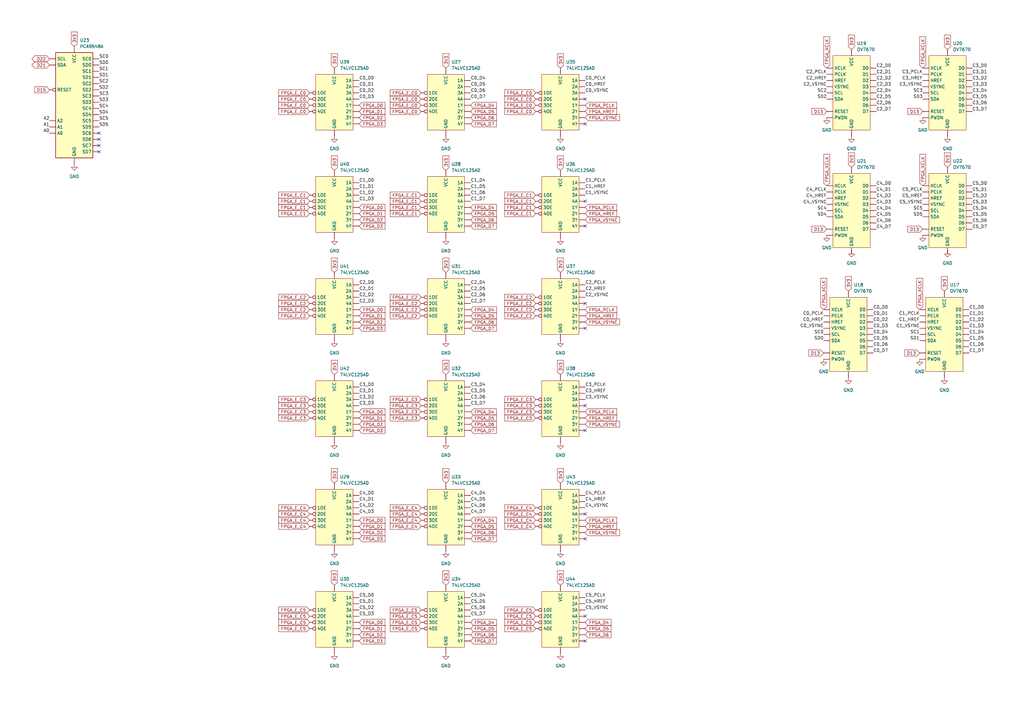
<source format=kicad_sch>
(kicad_sch (version 20231120) (generator "eeschema") (generator_version "8.0")
  (paper "A3")
  (title_block (company "Topographic Robot"))
  (lib_symbols
    (symbol "Camera:OV7670"
      (property "Reference" "U" (at 13.208 -13.208 0))
      (property "Value" "OV7670" (at 12.954 -14.732 0))
      (symbol "OV7670_0_1"
        (rectangle (start -7.62 15.24) (end 7.62 -15.24) (fill (type background)))
      )
      (symbol "OV7670_1_1"
        (pin output line (at 10.16 10.16 180) (length 2.54) (name "D0") (number ""))
        (pin output line (at 10.16 7.62 180) (length 2.54) (name "D1") (number ""))
        (pin output line (at 10.16 5.08 180) (length 2.54) (name "D2") (number ""))
        (pin output line (at 10.16 2.54 180) (length 2.54) (name "D3") (number ""))
        (pin output line (at 10.16 0 180) (length 2.54) (name "D4") (number ""))
        (pin output line (at 10.16 -2.54 180) (length 2.54) (name "D5") (number ""))
        (pin output line (at 10.16 -5.08 180) (length 2.54) (name "D6") (number ""))
        (pin output line (at 10.16 -7.62 180) (length 2.54) (name "D7") (number ""))
        (pin power_in line (at 0 -17.78 90) (length 2.54) (name "GND") (number ""))
        (pin input line (at -10.16 5.08 0) (length 2.54) (name "HREF") (number ""))
        (pin input line (at -10.16 7.62 0) (length 2.54) (name "PCLK") (number ""))
        (pin input line (at -10.16 -10.16 0) (length 2.54) (name "PWDN") (number ""))
        (pin input line (at -10.16 -7.62 0) (length 2.54) (name "RESET") (number ""))
        (pin bidirectional line (at -10.16 0 0) (length 2.54) (name "SCL") (number ""))
        (pin bidirectional line (at -10.16 -2.54 0) (length 2.54) (name "SDA") (number ""))
        (pin power_in line (at 0 17.78 270) (length 2.54) (name "VCC") (number ""))
        (pin input line (at -10.16 2.54 0) (length 2.54) (name "VSYNC") (number ""))
        (pin input line (at -10.16 10.16 0) (length 2.54) (name "XCLK") (number ""))
      )
    )
    (symbol "Expansion:74LVC125AD"
      (property "Reference" "U" (at 14.478 -12.7 0))
      (property "Value" "74LVC125AD" (at 14.478 -15.748 0))
      (symbol "74LVC125AD_0_1"
        (rectangle (start -7.62 12.7) (end 7.62 -10.16) (fill (type background)))
      )
      (symbol "74LVC125AD_1_1"
        (pin input line (at 10.16 10.16 180) (length 2.54) (name "1A") (number ""))
        (pin input inverted (at -10.16 5.08 0) (length 2.54) (name "1OE") (number ""))
        (pin output line (at 10.16 0 180) (length 2.54) (name "1Y") (number ""))
        (pin input line (at 10.16 7.62 180) (length 2.54) (name "2A") (number ""))
        (pin input inverted (at -10.16 2.54 0) (length 2.54) (name "2OE") (number ""))
        (pin output line (at 10.16 -2.54 180) (length 2.54) (name "2Y") (number ""))
        (pin input line (at 10.16 5.08 180) (length 2.54) (name "3A") (number ""))
        (pin input inverted (at -10.16 0 0) (length 2.54) (name "3OE") (number ""))
        (pin output line (at 10.16 -5.08 180) (length 2.54) (name "3Y") (number ""))
        (pin input line (at 10.16 2.54 180) (length 2.54) (name "4A") (number ""))
        (pin input inverted (at -10.16 -2.54 0) (length 2.54) (name "4OE") (number ""))
        (pin output line (at 10.16 -7.62 180) (length 2.54) (name "4Y") (number ""))
        (pin power_in line (at 0 -12.7 90) (length 2.54) (name "GND") (number ""))
        (pin power_in line (at 0 15.24 270) (length 2.54) (name "VCC") (number ""))
      )
    )
    (symbol "Expansion:PCA9548A"
      (property "Reference" "U" (at 10.922 -23.114 0))
      (property "Value" "PCA9548A" (at 13.462 -25.146 0))
      (symbol "PCA9548A_0_1"
        (rectangle (start -7.62 20.32) (end 7.62 -22.86) (stroke (width 0.254)) (fill (type background)))
      )
      (symbol "PCA9548A_1_1"
        (pin input line (at -10.16 -12.7 0) (length 2.54) (name "A0") (number ""))
        (pin input line (at -10.16 -10.16 0) (length 2.54) (name "A1") (number ""))
        (pin input line (at -10.16 -7.62 0) (length 2.54) (name "A2") (number ""))
        (pin power_in line (at 0 -25.4 90) (length 2.54) (name "GND") (number ""))
        (pin input inverted (at -10.16 5.08 0) (length 2.54) (name "RESET") (number ""))
        (pin output line (at 10.16 17.78 180) (length 2.54) (name "SC0") (number ""))
        (pin output line (at 10.16 12.7 180) (length 2.54) (name "SC1") (number ""))
        (pin output line (at 10.16 7.62 180) (length 2.54) (name "SC2") (number ""))
        (pin output line (at 10.16 2.54 180) (length 2.54) (name "SC3") (number ""))
        (pin output line (at 10.16 -2.54 180) (length 2.54) (name "SC4") (number ""))
        (pin output line (at 10.16 -7.62 180) (length 2.54) (name "SC5") (number ""))
        (pin output line (at 10.16 -12.7 180) (length 2.54) (name "SC6") (number ""))
        (pin output line (at 10.16 -17.78 180) (length 2.54) (name "SC7") (number ""))
        (pin input line (at -10.16 17.78 0) (length 2.54) (name "SCL") (number ""))
        (pin bidirectional line (at 10.16 15.24 180) (length 2.54) (name "SD0") (number ""))
        (pin bidirectional line (at 10.16 10.16 180) (length 2.54) (name "SD1") (number ""))
        (pin bidirectional line (at 10.16 5.08 180) (length 2.54) (name "SD2") (number ""))
        (pin bidirectional line (at 10.16 0 180) (length 2.54) (name "SD3") (number ""))
        (pin bidirectional line (at 10.16 -5.08 180) (length 2.54) (name "SD4") (number ""))
        (pin bidirectional line (at 10.16 -10.16 180) (length 2.54) (name "SD5") (number ""))
        (pin bidirectional line (at 10.16 -15.24 180) (length 2.54) (name "SD6") (number ""))
        (pin bidirectional line (at 10.16 -20.32 180) (length 2.54) (name "SD7") (number ""))
        (pin bidirectional line (at -10.16 15.24 0) (length 2.54) (name "SDA") (number ""))
        (pin power_in line (at 0 22.86 270) (length 2.54) (name "VCC") (number ""))
      )
    )
    (symbol "power:GND" (power) (pin_numbers hide) (pin_names (offset 0) hide)
      (property "Value" "GND" (at 0 -3.81 0))
      (symbol "GND_0_1"
        (polyline (pts (xy 0 0) (xy 0 -1.27) (xy 1.27 -1.27) (xy 0 -2.54) (xy -1.27 -1.27) (xy 0 -1.27)))
      )
      (symbol "GND_1_1"
        (pin power_in line (at 0 0 270) (length 0) (name "~") (number "1"))
      )
    )
  )
  (no_connect (at 40.64 57.15))
  (no_connect (at 240.03 82.55))
  (no_connect (at 240.03 124.46))
  (no_connect (at 240.03 50.8))
  (no_connect (at 240.03 210.82))
  (no_connect (at 240.03 134.62))
  (no_connect (at 240.03 176.53))
  (no_connect (at 240.03 262.89))
  (no_connect (at 40.64 62.23))
  (no_connect (at 240.03 166.37))
  (no_connect (at 240.03 252.73))
  (no_connect (at 240.03 220.98))
  (no_connect (at 240.03 92.71))
  (no_connect (at 40.64 54.61))
  (no_connect (at 40.64 59.69))
  (no_connect (at 240.03 40.64))
  (wire (pts (xy 388.62 104.14) (xy 388.62 102.87)))
  (wire (pts (xy 349.25 104.14) (xy 349.25 102.87)))
  (label "C2_D2" (at 359.41 33.02 0))
  (label "C4_D0" (at 147.32 203.2 0))
  (label "C3_D1" (at 147.32 161.29 0))
  (label "C5_D5" (at 193.04 247.65 0))
  (label "C2_VSYNC" (at 240.03 121.92 0))
  (label "SD5" (at 378.46 88.9 180))
  (label "C2_D6" (at 193.04 121.92 0))
  (label "C0_PCLK" (at 240.03 33.02 0))
  (label "C4_PCLK" (at 339.09 78.74 180))
  (label "C5_D4" (at 193.04 245.11 0))
  (label "C0_D3" (at 147.32 40.64 0))
  (label "SD1" (at 377.19 139.7 180))
  (label "SC1" (at 377.19 137.16 180))
  (label "C5_D3" (at 147.32 252.73 0))
  (label "C3_PCLK" (at 378.46 30.48 180))
  (label "C0_D4" (at 193.04 33.02 0))
  (label "C1_D0" (at 397.51 127 0))
  (label "C4_D2" (at 147.32 208.28 0))
  (label "C1_VSYNC" (at 377.19 134.62 180))
  (label "C2_D4" (at 359.41 38.1 0))
  (label "C1_D6" (at 193.04 80.01 0))
  (label "C4_D5" (at 359.41 88.9 0))
  (label "C3_D4" (at 398.78 38.1 0))
  (label "C4_D4" (at 193.04 203.2 0))
  (label "C0_D1" (at 147.32 35.56 0))
  (label "SC5" (at 40.64 49.53 0))
  (label "C1_PCLK" (at 377.19 129.54 180))
  (label "C0_D7" (at 358.14 144.78 0))
  (label "C1_D3" (at 147.32 82.55 0))
  (label "C0_D0" (at 147.32 33.02 0))
  (label "C3_D0" (at 398.78 27.94 0))
  (label "C5_D0" (at 147.32 245.11 0))
  (label "C1_D5" (at 397.51 139.7 0))
  (label "C3_VSYNC" (at 240.03 163.83 0))
  (label "C5_VSYNC" (at 240.03 250.19 0))
  (label "C0_D2" (at 358.14 132.08 0))
  (label "C1_PCLK" (at 240.03 74.93 0))
  (label "C2_D3" (at 359.41 35.56 0))
  (label "C1_D2" (at 397.51 132.08 0))
  (label "C1_D4" (at 193.04 74.93 0))
  (label "C0_D5" (at 193.04 35.56 0))
  (label "C5_D1" (at 398.78 78.74 0))
  (label "C4_D1" (at 359.41 78.74 0))
  (label "SD2" (at 339.09 40.64 180))
  (label "C4_D1" (at 147.32 205.74 0))
  (label "C5_D5" (at 398.78 88.9 0))
  (label "C1_D5" (at 193.04 77.47 0))
  (label "C4_D6" (at 359.41 91.44 0))
  (label "C1_D3" (at 397.51 134.62 0))
  (label "C4_D4" (at 359.41 86.36 0))
  (label "C2_PCLK" (at 339.09 30.48 180))
  (label "C2_D4" (at 193.04 116.84 0))
  (label "C3_D6" (at 398.78 43.18 0))
  (label "C4_VSYNC" (at 339.09 83.82 180))
  (label "C0_D7" (at 193.04 40.64 0))
  (label "C1_D7" (at 397.51 144.78 0))
  (label "SD2" (at 40.64 36.83 0))
  (label "C1_HREF" (at 240.03 77.47 0))
  (label "C4_D7" (at 193.04 210.82 0))
  (label "SC1" (at 40.64 29.21 0))
  (label "C4_D5" (at 193.04 205.74 0))
  (label "SD0" (at 40.64 26.67 0))
  (label "C1_HREF" (at 377.19 132.08 180))
  (label "A2" (at 20.32 49.53 180))
  (label "C1_D4" (at 397.51 137.16 0))
  (label "C0_D4" (at 358.14 137.16 0))
  (label "A0" (at 20.32 54.61 180))
  (label "C0_VSYNC" (at 337.82 134.62 180))
  (label "SC0" (at 337.82 137.16 180))
  (label "C3_D3" (at 147.32 166.37 0))
  (label "C1_D6" (at 397.51 142.24 0))
  (label "SD1" (at 40.64 31.75 0))
  (label "C2_PCLK" (at 240.03 116.84 0))
  (label "C5_D0" (at 398.78 76.2 0))
  (label "C2_D7" (at 193.04 124.46 0))
  (label "C5_VSYNC" (at 378.46 83.82 180))
  (label "C0_D1" (at 358.14 129.54 0))
  (label "SD5" (at 40.64 52.07 0))
  (label "C0_D6" (at 193.04 38.1 0))
  (label "C2_D0" (at 359.41 27.94 0))
  (label "C5_D7" (at 193.04 252.73 0))
  (label "SC5" (at 378.46 86.36 180))
  (label "C4_D0" (at 359.41 76.2 0))
  (label "C2_D6" (at 359.41 43.18 0))
  (label "C5_D3" (at 398.78 83.82 0))
  (label "SC4" (at 40.64 44.45 0))
  (label "C2_D2" (at 147.32 121.92 0))
  (label "C0_PCLK" (at 337.82 129.54 180))
  (label "C3_D2" (at 398.78 33.02 0))
  (label "C2_D1" (at 147.32 119.38 0))
  (label "SC2" (at 339.09 38.1 180))
  (label "C4_D3" (at 147.32 210.82 0))
  (label "C5_D2" (at 398.78 81.28 0))
  (label "C3_D1" (at 398.78 30.48 0))
  (label "C4_VSYNC" (at 240.03 208.28 0))
  (label "C3_D6" (at 193.04 163.83 0))
  (label "C4_D7" (at 359.41 93.98 0))
  (label "C1_VSYNC" (at 240.03 80.01 0))
  (label "C3_D4" (at 193.04 158.75 0))
  (label "C2_D1" (at 359.41 30.48 0))
  (label "C5_PCLK" (at 240.03 245.11 0))
  (label "C4_D2" (at 359.41 81.28 0))
  (label "SD0" (at 337.82 139.7 180))
  (label "C3_D5" (at 398.78 40.64 0))
  (label "C3_HREF" (at 378.46 33.02 180))
  (label "C3_D7" (at 193.04 166.37 0))
  (label "C2_D3" (at 147.32 124.46 0))
  (label "SC3" (at 40.64 39.37 0))
  (label "C5_D7" (at 398.78 93.98 0))
  (label "C0_HREF" (at 240.03 35.56 0))
  (label "C0_D0" (at 358.14 127 0))
  (label "C3_D2" (at 147.32 163.83 0))
  (label "C3_PCLK" (at 240.03 158.75 0))
  (label "C1_D1" (at 147.32 77.47 0))
  (label "C1_D1" (at 397.51 129.54 0))
  (label "C3_D0" (at 147.32 158.75 0))
  (label "SC0" (at 40.64 24.13 0))
  (label "SC2" (at 40.64 34.29 0))
  (label "C3_D3" (at 398.78 35.56 0))
  (label "C5_HREF" (at 240.03 247.65 0))
  (label "C0_VSYNC" (at 240.03 38.1 0))
  (label "SC3" (at 378.46 38.1 180))
  (label "SD4" (at 339.09 88.9 180))
  (label "SD3" (at 40.64 41.91 0))
  (label "C5_D1" (at 147.32 247.65 0))
  (label "SD4" (at 40.64 46.99 0))
  (label "C2_VSYNC" (at 339.09 35.56 180))
  (label "C1_D0" (at 147.32 74.93 0))
  (label "C3_D7" (at 398.78 45.72 0))
  (label "C3_VSYNC" (at 378.46 35.56 180))
  (label "C4_HREF" (at 339.09 81.28 180))
  (label "C5_D2" (at 147.32 250.19 0))
  (label "C5_D4" (at 398.78 86.36 0))
  (label "C5_D6" (at 193.04 250.19 0))
  (label "C1_D7" (at 193.04 82.55 0))
  (label "C2_HREF" (at 339.09 33.02 180))
  (label "C2_D0" (at 147.32 116.84 0))
  (label "SC4" (at 339.09 86.36 180))
  (label "C1_D2" (at 147.32 80.01 0))
  (label "C3_HREF" (at 240.03 161.29 0))
  (label "C0_D2" (at 147.32 38.1 0))
  (label "C4_PCLK" (at 240.03 203.2 0))
  (label "C0_D5" (at 358.14 139.7 0))
  (label "C0_D3" (at 358.14 134.62 0))
  (label "C0_HREF" (at 337.82 132.08 180))
  (label "A1" (at 20.32 52.07 180))
  (label "SD3" (at 378.46 40.64 180))
  (label "C5_PCLK" (at 378.46 78.74 180))
  (label "C2_D7" (at 359.41 45.72 0))
  (label "C2_HREF" (at 240.03 119.38 0))
  (label "C5_HREF" (at 378.46 81.28 180))
  (label "C5_D6" (at 398.78 91.44 0))
  (label "C4_HREF" (at 240.03 205.74 0))
  (label "C0_D6" (at 358.14 142.24 0))
  (label "C3_D5" (at 193.04 161.29 0))
  (label "C2_D5" (at 193.04 119.38 0))
  (label "C4_D6" (at 193.04 208.28 0))
  (label "C2_D5" (at 359.41 40.64 0))
  (label "C4_D3" (at 359.41 83.82 0))
  (global_label "3V3" (shape input) (at 137.16 27.94 90) (property "Intersheetrefs" "${INTERSHEET_REFS}" (effects (hide yes))))
  (global_label "FPGA_D2" (shape input) (at 147.32 173.99 0) (property "Intersheetrefs" "${INTERSHEET_REFS}" (effects (hide yes))))
  (global_label "FPGA_D2" (shape input) (at 147.32 90.17 0) (property "Intersheetrefs" "${INTERSHEET_REFS}" (effects (hide yes))))
  (global_label "FPGA_D1" (shape input) (at 147.32 257.81 0) (property "Intersheetrefs" "${INTERSHEET_REFS}" (effects (hide yes))))
  (global_label "3V3" (shape input) (at 229.87 111.76 90) (property "Intersheetrefs" "${INTERSHEET_REFS}" (effects (hide yes))))
  (global_label "FPGA_HREF" (shape input) (at 240.03 129.54 0) (property "Intersheetrefs" "${INTERSHEET_REFS}" (effects (hide yes))))
  (global_label "FPGA_D6" (shape input) (at 193.04 48.26 0) (property "Intersheetrefs" "${INTERSHEET_REFS}" (effects (hide yes))))
  (global_label "FPGA_E_C4" (shape input) (at 127 210.82 180) (property "Intersheetrefs" "${INTERSHEET_REFS}" (effects (hide yes))))
  (global_label "3V3" (shape input) (at 387.35 119.38 90) (property "Intersheetrefs" "${INTERSHEET_REFS}" (effects (hide yes))))
  (global_label "FPGA_D6" (shape input) (at 193.04 90.17 0) (property "Intersheetrefs" "${INTERSHEET_REFS}" (effects (hide yes))))
  (global_label "FPGA_D3" (shape input) (at 147.32 134.62 0) (property "Intersheetrefs" "${INTERSHEET_REFS}" (effects (hide yes))))
  (global_label "FPGA_E_C5" (shape input) (at 219.71 250.19 180) (property "Intersheetrefs" "${INTERSHEET_REFS}" (effects (hide yes))))
  (global_label "FPGA_E_C4" (shape input) (at 172.72 215.9 180) (property "Intersheetrefs" "${INTERSHEET_REFS}" (effects (hide yes))))
  (global_label "FPGA_E_C1" (shape input) (at 127 80.01 180) (property "Intersheetrefs" "${INTERSHEET_REFS}" (effects (hide yes))))
  (global_label "FPGA_D5" (shape input) (at 193.04 87.63 0) (property "Intersheetrefs" "${INTERSHEET_REFS}" (effects (hide yes))))
  (global_label "FPGA_D5" (shape input) (at 193.04 45.72 0) (property "Intersheetrefs" "${INTERSHEET_REFS}" (effects (hide yes))))
  (global_label "FPGA_D5" (shape input) (at 193.04 257.81 0) (property "Intersheetrefs" "${INTERSHEET_REFS}" (effects (hide yes))))
  (global_label "FPGA_E_C5" (shape input) (at 219.71 255.27 180) (property "Intersheetrefs" "${INTERSHEET_REFS}" (effects (hide yes))))
  (global_label "FPGA_E_C1" (shape input) (at 219.71 85.09 180) (property "Intersheetrefs" "${INTERSHEET_REFS}" (effects (hide yes))))
  (global_label "FPGA_D6" (shape input) (at 193.04 218.44 0) (property "Intersheetrefs" "${INTERSHEET_REFS}" (effects (hide yes))))
  (global_label "FPGA_HREF" (shape input) (at 240.03 87.63 0) (property "Intersheetrefs" "${INTERSHEET_REFS}" (effects (hide yes))))
  (global_label "FPGA_D4" (shape input) (at 193.04 127 0) (property "Intersheetrefs" "${INTERSHEET_REFS}" (effects (hide yes))))
  (global_label "FPGA_E_C0" (shape input) (at 172.72 43.18 180) (property "Intersheetrefs" "${INTERSHEET_REFS}" (effects (hide yes))))
  (global_label "FPGA_E_C4" (shape input) (at 172.72 210.82 180) (property "Intersheetrefs" "${INTERSHEET_REFS}" (effects (hide yes))))
  (global_label "FPGA_E_C2" (shape input) (at 127 121.92 180) (property "Intersheetrefs" "${INTERSHEET_REFS}" (effects (hide yes))))
  (global_label "FPGA_E_C2" (shape input) (at 127 124.46 180) (property "Intersheetrefs" "${INTERSHEET_REFS}" (effects (hide yes))))
  (global_label "3V3" (shape input) (at 388.62 20.32 90) (property "Intersheetrefs" "${INTERSHEET_REFS}" (effects (hide yes))))
  (global_label "FPGA_D3" (shape input) (at 147.32 50.8 0) (property "Intersheetrefs" "${INTERSHEET_REFS}" (effects (hide yes))))
  (global_label "FPGA_E_C3" (shape input) (at 219.71 163.83 180) (property "Intersheetrefs" "${INTERSHEET_REFS}" (effects (hide yes))))
  (global_label "FPGA_E_C4" (shape input) (at 219.71 208.28 180) (property "Intersheetrefs" "${INTERSHEET_REFS}" (effects (hide yes))))
  (global_label "FPGA_D0" (shape input) (at 147.32 127 0) (property "Intersheetrefs" "${INTERSHEET_REFS}" (effects (hide yes))))
  (global_label "FPGA_D5" (shape input) (at 193.04 171.45 0) (property "Intersheetrefs" "${INTERSHEET_REFS}" (effects (hide yes))))
  (global_label "D13" (shape input) (at 378.46 45.72 180) (property "Intersheetrefs" "${INTERSHEET_REFS}" (effects (hide yes))))
  (global_label "FPGA_E_C0" (shape input) (at 127 43.18 180) (property "Intersheetrefs" "${INTERSHEET_REFS}" (effects (hide yes))))
  (global_label "FPGA_D3" (shape input) (at 147.32 92.71 0) (property "Intersheetrefs" "${INTERSHEET_REFS}" (effects (hide yes))))
  (global_label "FPGA_HREF" (shape input) (at 240.03 45.72 0) (property "Intersheetrefs" "${INTERSHEET_REFS}" (effects (hide yes))))
  (global_label "FPGA_D5" (shape input) (at 193.04 215.9 0) (property "Intersheetrefs" "${INTERSHEET_REFS}" (effects (hide yes))))
  (global_label "FPGA_E_C2" (shape input) (at 172.72 124.46 180) (property "Intersheetrefs" "${INTERSHEET_REFS}" (effects (hide yes))))
  (global_label "FPGA_XCLK" (shape input) (at 337.82 127 90) (property "Intersheetrefs" "${INTERSHEET_REFS}" (effects (hide yes))))
  (global_label "FPGA_E_C5" (shape input) (at 172.72 250.19 180) (property "Intersheetrefs" "${INTERSHEET_REFS}" (effects (hide yes))))
  (global_label "FPGA_E_C5" (shape input) (at 172.72 255.27 180) (property "Intersheetrefs" "${INTERSHEET_REFS}" (effects (hide yes))))
  (global_label "FPGA_D4" (shape input) (at 193.04 255.27 0) (property "Intersheetrefs" "${INTERSHEET_REFS}" (effects (hide yes))))
  (global_label "FPGA_E_C4" (shape input) (at 219.71 215.9 180) (property "Intersheetrefs" "${INTERSHEET_REFS}" (effects (hide yes))))
  (global_label "D15" (shape input) (at 20.32 36.83 180) (property "Intersheetrefs" "${INTERSHEET_REFS}" (effects (hide yes))))
  (global_label "FPGA_D4" (shape input) (at 193.04 213.36 0) (property "Intersheetrefs" "${INTERSHEET_REFS}" (effects (hide yes))))
  (global_label "FPGA_E_C1" (shape input) (at 172.72 87.63 180) (property "Intersheetrefs" "${INTERSHEET_REFS}" (effects (hide yes))))
  (global_label "FPGA_E_C4" (shape input) (at 219.71 210.82 180) (property "Intersheetrefs" "${INTERSHEET_REFS}" (effects (hide yes))))
  (global_label "FPGA_E_C2" (shape input) (at 172.72 121.92 180) (property "Intersheetrefs" "${INTERSHEET_REFS}" (effects (hide yes))))
  (global_label "FPGA_E_C3" (shape input) (at 219.71 168.91 180) (property "Intersheetrefs" "${INTERSHEET_REFS}" (effects (hide yes))))
  (global_label "FPGA_D4" (shape input) (at 193.04 168.91 0) (property "Intersheetrefs" "${INTERSHEET_REFS}" (effects (hide yes))))
  (global_label "D13" (shape input) (at 339.09 93.98 180) (property "Intersheetrefs" "${INTERSHEET_REFS}" (effects (hide yes))))
  (global_label "FPGA_D6" (shape input) (at 193.04 260.35 0) (property "Intersheetrefs" "${INTERSHEET_REFS}" (effects (hide yes))))
  (global_label "FPGA_E_C4" (shape input) (at 127 213.36 180) (property "Intersheetrefs" "${INTERSHEET_REFS}" (effects (hide yes))))
  (global_label "FPGA_E_C1" (shape input) (at 127 82.55 180) (property "Intersheetrefs" "${INTERSHEET_REFS}" (effects (hide yes))))
  (global_label "3V3" (shape input) (at 349.25 20.32 90) (property "Intersheetrefs" "${INTERSHEET_REFS}" (effects (hide yes))))
  (global_label "3V3" (shape input) (at 137.16 111.76 90) (property "Intersheetrefs" "${INTERSHEET_REFS}" (effects (hide yes))))
  (global_label "FPGA_D1" (shape input) (at 147.32 215.9 0) (property "Intersheetrefs" "${INTERSHEET_REFS}" (effects (hide yes))))
  (global_label "FPGA_D3" (shape input) (at 147.32 220.98 0) (property "Intersheetrefs" "${INTERSHEET_REFS}" (effects (hide yes))))
  (global_label "FPGA_E_C0" (shape input) (at 127 40.64 180) (property "Intersheetrefs" "${INTERSHEET_REFS}" (effects (hide yes))))
  (global_label "FPGA_E_C0" (shape input) (at 127 38.1 180) (property "Intersheetrefs" "${INTERSHEET_REFS}" (effects (hide yes))))
  (global_label "FPGA_D0" (shape input) (at 147.32 255.27 0) (property "Intersheetrefs" "${INTERSHEET_REFS}" (effects (hide yes))))
  (global_label "3V3" (shape input) (at 30.48 19.05 90) (property "Intersheetrefs" "${INTERSHEET_REFS}" (effects (hide yes))))
  (global_label "3V3" (shape input) (at 229.87 198.12 90) (property "Intersheetrefs" "${INTERSHEET_REFS}" (effects (hide yes))))
  (global_label "FPGA_E_C3" (shape input) (at 127 163.83 180) (property "Intersheetrefs" "${INTERSHEET_REFS}" (effects (hide yes))))
  (global_label "FPGA_E_C0" (shape input) (at 172.72 45.72 180) (property "Intersheetrefs" "${INTERSHEET_REFS}" (effects (hide yes))))
  (global_label "FPGA_D2" (shape input) (at 147.32 48.26 0) (property "Intersheetrefs" "${INTERSHEET_REFS}" (effects (hide yes))))
  (global_label "FPGA_D2" (shape input) (at 147.32 218.44 0) (property "Intersheetrefs" "${INTERSHEET_REFS}" (effects (hide yes))))
  (global_label "3V3" (shape input) (at 229.87 240.03 90) (property "Intersheetrefs" "${INTERSHEET_REFS}" (effects (hide yes))))
  (global_label "FPGA_D7" (shape input) (at 193.04 92.71 0) (property "Intersheetrefs" "${INTERSHEET_REFS}" (effects (hide yes))))
  (global_label "FPGA_D2" (shape input) (at 147.32 132.08 0) (property "Intersheetrefs" "${INTERSHEET_REFS}" (effects (hide yes))))
  (global_label "3V3" (shape input) (at 182.88 69.85 90) (property "Intersheetrefs" "${INTERSHEET_REFS}" (effects (hide yes))))
  (global_label "3V3" (shape input) (at 347.98 119.38 90) (property "Intersheetrefs" "${INTERSHEET_REFS}" (effects (hide yes))))
  (global_label "FPGA_XCLK" (shape input) (at 339.09 27.94 90) (property "Intersheetrefs" "${INTERSHEET_REFS}" (effects (hide yes))))
  (global_label "3V3" (shape input) (at 182.88 240.03 90) (property "Intersheetrefs" "${INTERSHEET_REFS}" (effects (hide yes))))
  (global_label "FPGA_D6" (shape input) (at 240.03 260.35 0) (property "Intersheetrefs" "${INTERSHEET_REFS}" (effects (hide yes))))
  (global_label "FPGA_D4" (shape input) (at 240.03 255.27 0) (property "Intersheetrefs" "${INTERSHEET_REFS}" (effects (hide yes))))
  (global_label "FPGA_E_C0" (shape input) (at 219.71 43.18 180) (property "Intersheetrefs" "${INTERSHEET_REFS}" (effects (hide yes))))
  (global_label "FPGA_PCLK" (shape input) (at 240.03 85.09 0) (property "Intersheetrefs" "${INTERSHEET_REFS}" (effects (hide yes))))
  (global_label "FPGA_E_C2" (shape input) (at 172.72 127 180) (property "Intersheetrefs" "${INTERSHEET_REFS}" (effects (hide yes))))
  (global_label "FPGA_VSYNC" (shape input) (at 240.03 132.08 0) (property "Intersheetrefs" "${INTERSHEET_REFS}" (effects (hide yes))))
  (global_label "FPGA_D7" (shape input) (at 193.04 134.62 0) (property "Intersheetrefs" "${INTERSHEET_REFS}" (effects (hide yes))))
  (global_label "FPGA_D3" (shape input) (at 147.32 176.53 0) (property "Intersheetrefs" "${INTERSHEET_REFS}" (effects (hide yes))))
  (global_label "3V3" (shape input) (at 182.88 153.67 90) (property "Intersheetrefs" "${INTERSHEET_REFS}" (effects (hide yes))))
  (global_label "FPGA_D6" (shape input) (at 193.04 173.99 0) (property "Intersheetrefs" "${INTERSHEET_REFS}" (effects (hide yes))))
  (global_label "FPGA_E_C1" (shape input) (at 172.72 85.09 180) (property "Intersheetrefs" "${INTERSHEET_REFS}" (effects (hide yes))))
  (global_label "FPGA_E_C2" (shape input) (at 219.71 121.92 180) (property "Intersheetrefs" "${INTERSHEET_REFS}" (effects (hide yes))))
  (global_label "FPGA_D5" (shape input) (at 193.04 129.54 0) (property "Intersheetrefs" "${INTERSHEET_REFS}" (effects (hide yes))))
  (global_label "3V3" (shape input) (at 182.88 198.12 90) (property "Intersheetrefs" "${INTERSHEET_REFS}" (effects (hide yes))))
  (global_label "FPGA_E_C5" (shape input) (at 172.72 252.73 180) (property "Intersheetrefs" "${INTERSHEET_REFS}" (effects (hide yes))))
  (global_label "FPGA_D4" (shape input) (at 193.04 85.09 0) (property "Intersheetrefs" "${INTERSHEET_REFS}" (effects (hide yes))))
  (global_label "FPGA_E_C2" (shape input) (at 219.71 129.54 180) (property "Intersheetrefs" "${INTERSHEET_REFS}" (effects (hide yes))))
  (global_label "FPGA_E_C5" (shape input) (at 127 255.27 180) (property "Intersheetrefs" "${INTERSHEET_REFS}" (effects (hide yes))))
  (global_label "FPGA_E_C3" (shape input) (at 219.71 166.37 180) (property "Intersheetrefs" "${INTERSHEET_REFS}" (effects (hide yes))))
  (global_label "FPGA_E_C4" (shape input) (at 172.72 208.28 180) (property "Intersheetrefs" "${INTERSHEET_REFS}" (effects (hide yes))))
  (global_label "3V3" (shape input) (at 182.88 27.94 90) (property "Intersheetrefs" "${INTERSHEET_REFS}" (effects (hide yes))))
  (global_label "FPGA_E_C1" (shape input) (at 127 87.63 180) (property "Intersheetrefs" "${INTERSHEET_REFS}" (effects (hide yes))))
  (global_label "FPGA_D1" (shape input) (at 147.32 87.63 0) (property "Intersheetrefs" "${INTERSHEET_REFS}" (effects (hide yes))))
  (global_label "FPGA_E_C1" (shape input) (at 172.72 82.55 180) (property "Intersheetrefs" "${INTERSHEET_REFS}" (effects (hide yes))))
  (global_label "FPGA_E_C5" (shape input) (at 127 250.19 180) (property "Intersheetrefs" "${INTERSHEET_REFS}" (effects (hide yes))))
  (global_label "FPGA_E_C3" (shape input) (at 172.72 163.83 180) (property "Intersheetrefs" "${INTERSHEET_REFS}" (effects (hide yes))))
  (global_label "FPGA_D7" (shape input) (at 193.04 220.98 0) (property "Intersheetrefs" "${INTERSHEET_REFS}" (effects (hide yes))))
  (global_label "FPGA_E_C3" (shape input) (at 127 166.37 180) (property "Intersheetrefs" "${INTERSHEET_REFS}" (effects (hide yes))))
  (global_label "D21" (shape bidirectional) (at 20.32 26.67 180) (property "Intersheetrefs" "${INTERSHEET_REFS}" (effects (hide yes))))
  (global_label "FPGA_VSYNC" (shape input) (at 240.03 218.44 0) (property "Intersheetrefs" "${INTERSHEET_REFS}" (effects (hide yes))))
  (global_label "3V3" (shape input) (at 137.16 153.67 90) (property "Intersheetrefs" "${INTERSHEET_REFS}" (effects (hide yes))))
  (global_label "FPGA_D0" (shape input) (at 147.32 213.36 0) (property "Intersheetrefs" "${INTERSHEET_REFS}" (effects (hide yes))))
  (global_label "D13" (shape input) (at 377.19 144.78 180) (property "Intersheetrefs" "${INTERSHEET_REFS}" (effects (hide yes))))
  (global_label "FPGA_D7" (shape input) (at 193.04 176.53 0) (property "Intersheetrefs" "${INTERSHEET_REFS}" (effects (hide yes))))
  (global_label "FPGA_VSYNC" (shape input) (at 240.03 173.99 0) (property "Intersheetrefs" "${INTERSHEET_REFS}" (effects (hide yes))))
  (global_label "3V3" (shape input) (at 388.62 68.58 90) (property "Intersheetrefs" "${INTERSHEET_REFS}" (effects (hide yes))))
  (global_label "FPGA_D0" (shape input) (at 147.32 43.18 0) (property "Intersheetrefs" "${INTERSHEET_REFS}" (effects (hide yes))))
  (global_label "FPGA_E_C3" (shape input) (at 172.72 168.91 180) (property "Intersheetrefs" "${INTERSHEET_REFS}" (effects (hide yes))))
  (global_label "FPGA_D7" (shape input) (at 193.04 262.89 0) (property "Intersheetrefs" "${INTERSHEET_REFS}" (effects (hide yes))))
  (global_label "3V3" (shape input) (at 137.16 240.03 90) (property "Intersheetrefs" "${INTERSHEET_REFS}" (effects (hide yes))))
  (global_label "FPGA_E_C3" (shape input) (at 219.71 171.45 180) (property "Intersheetrefs" "${INTERSHEET_REFS}" (effects (hide yes))))
  (global_label "FPGA_E_C2" (shape input) (at 172.72 129.54 180) (property "Intersheetrefs" "${INTERSHEET_REFS}" (effects (hide yes))))
  (global_label "FPGA_E_C1" (shape input) (at 219.71 80.01 180) (property "Intersheetrefs" "${INTERSHEET_REFS}" (effects (hide yes))))
  (global_label "FPGA_E_C1" (shape input) (at 172.72 80.01 180) (property "Intersheetrefs" "${INTERSHEET_REFS}" (effects (hide yes))))
  (global_label "FPGA_D1" (shape input) (at 147.32 171.45 0) (property "Intersheetrefs" "${INTERSHEET_REFS}" (effects (hide yes))))
  (global_label "FPGA_E_C4" (shape input) (at 127 215.9 180) (property "Intersheetrefs" "${INTERSHEET_REFS}" (effects (hide yes))))
  (global_label "FPGA_E_C0" (shape input) (at 219.71 45.72 180) (property "Intersheetrefs" "${INTERSHEET_REFS}" (effects (hide yes))))
  (global_label "FPGA_E_C1" (shape input) (at 219.71 87.63 180) (property "Intersheetrefs" "${INTERSHEET_REFS}" (effects (hide yes))))
  (global_label "FPGA_E_C2" (shape input) (at 219.71 127 180) (property "Intersheetrefs" "${INTERSHEET_REFS}" (effects (hide yes))))
  (global_label "D22" (shape bidirectional) (at 20.32 24.13 180) (property "Intersheetrefs" "${INTERSHEET_REFS}" (effects (hide yes))))
  (global_label "FPGA_E_C2" (shape input) (at 127 129.54 180) (property "Intersheetrefs" "${INTERSHEET_REFS}" (effects (hide yes))))
  (global_label "3V3" (shape input) (at 182.88 111.76 90) (property "Intersheetrefs" "${INTERSHEET_REFS}" (effects (hide yes))))
  (global_label "FPGA_E_C3" (shape input) (at 127 171.45 180) (property "Intersheetrefs" "${INTERSHEET_REFS}" (effects (hide yes))))
  (global_label "FPGA_E_C2" (shape input) (at 127 127 180) (property "Intersheetrefs" "${INTERSHEET_REFS}" (effects (hide yes))))
  (global_label "3V3" (shape input) (at 349.25 68.58 90) (property "Intersheetrefs" "${INTERSHEET_REFS}" (effects (hide yes))))
  (global_label "FPGA_PCLK" (shape input) (at 240.03 213.36 0) (property "Intersheetrefs" "${INTERSHEET_REFS}" (effects (hide yes))))
  (global_label "FPGA_E_C4" (shape input) (at 172.72 213.36 180) (property "Intersheetrefs" "${INTERSHEET_REFS}" (effects (hide yes))))
  (global_label "FPGA_D3" (shape input) (at 147.32 262.89 0) (property "Intersheetrefs" "${INTERSHEET_REFS}" (effects (hide yes))))
  (global_label "FPGA_E_C5" (shape input) (at 127 257.81 180) (property "Intersheetrefs" "${INTERSHEET_REFS}" (effects (hide yes))))
  (global_label "FPGA_D1" (shape input) (at 147.32 45.72 0) (property "Intersheetrefs" "${INTERSHEET_REFS}" (effects (hide yes))))
  (global_label "FPGA_PCLK" (shape input) (at 240.03 127 0) (property "Intersheetrefs" "${INTERSHEET_REFS}" (effects (hide yes))))
  (global_label "FPGA_E_C5" (shape input) (at 219.71 257.81 180) (property "Intersheetrefs" "${INTERSHEET_REFS}" (effects (hide yes))))
  (global_label "FPGA_VSYNC" (shape input) (at 240.03 48.26 0) (property "Intersheetrefs" "${INTERSHEET_REFS}" (effects (hide yes))))
  (global_label "FPGA_HREF" (shape input) (at 240.03 215.9 0) (property "Intersheetrefs" "${INTERSHEET_REFS}" (effects (hide yes))))
  (global_label "FPGA_D5" (shape input) (at 240.03 257.81 0) (property "Intersheetrefs" "${INTERSHEET_REFS}" (effects (hide yes))))
  (global_label "FPGA_D2" (shape input) (at 147.32 260.35 0) (property "Intersheetrefs" "${INTERSHEET_REFS}" (effects (hide yes))))
  (global_label "FPGA_D4" (shape input) (at 193.04 43.18 0) (property "Intersheetrefs" "${INTERSHEET_REFS}" (effects (hide yes))))
  (global_label "FPGA_E_C0" (shape input) (at 219.71 38.1 180) (property "Intersheetrefs" "${INTERSHEET_REFS}" (effects (hide yes))))
  (global_label "FPGA_D1" (shape input) (at 147.32 129.54 0) (property "Intersheetrefs" "${INTERSHEET_REFS}" (effects (hide yes))))
  (global_label "FPGA_VSYNC" (shape input) (at 240.03 90.17 0) (property "Intersheetrefs" "${INTERSHEET_REFS}" (effects (hide yes))))
  (global_label "FPGA_XCLK" (shape input) (at 378.46 76.2 90) (property "Intersheetrefs" "${INTERSHEET_REFS}" (effects (hide yes))))
  (global_label "FPGA_E_C0" (shape input) (at 127 45.72 180) (property "Intersheetrefs" "${INTERSHEET_REFS}" (effects (hide yes))))
  (global_label "FPGA_E_C3" (shape input) (at 172.72 166.37 180) (property "Intersheetrefs" "${INTERSHEET_REFS}" (effects (hide yes))))
  (global_label "FPGA_E_C0" (shape input) (at 219.71 40.64 180) (property "Intersheetrefs" "${INTERSHEET_REFS}" (effects (hide yes))))
  (global_label "D13" (shape input) (at 378.46 93.98 180) (property "Intersheetrefs" "${INTERSHEET_REFS}" (effects (hide yes))))
  (global_label "FPGA_E_C4" (shape input) (at 219.71 213.36 180) (property "Intersheetrefs" "${INTERSHEET_REFS}" (effects (hide yes))))
  (global_label "FPGA_E_C5" (shape input) (at 219.71 252.73 180) (property "Intersheetrefs" "${INTERSHEET_REFS}" (effects (hide yes))))
  (global_label "D13" (shape input) (at 337.82 144.78 180) (property "Intersheetrefs" "${INTERSHEET_REFS}" (effects (hide yes))))
  (global_label "FPGA_XCLK" (shape input) (at 377.19 127 90) (property "Intersheetrefs" "${INTERSHEET_REFS}" (effects (hide yes))))
  (global_label "FPGA_D0" (shape input) (at 147.32 168.91 0) (property "Intersheetrefs" "${INTERSHEET_REFS}" (effects (hide yes))))
  (global_label "FPGA_E_C0" (shape input) (at 172.72 38.1 180) (property "Intersheetrefs" "${INTERSHEET_REFS}" (effects (hide yes))))
  (global_label "FPGA_D6" (shape input) (at 193.04 132.08 0) (property "Intersheetrefs" "${INTERSHEET_REFS}" (effects (hide yes))))
  (global_label "FPGA_E_C0" (shape input) (at 172.72 40.64 180) (property "Intersheetrefs" "${INTERSHEET_REFS}" (effects (hide yes))))
  (global_label "3V3" (shape input) (at 137.16 198.12 90) (property "Intersheetrefs" "${INTERSHEET_REFS}" (effects (hide yes))))
  (global_label "FPGA_D0" (shape input) (at 147.32 85.09 0) (property "Intersheetrefs" "${INTERSHEET_REFS}" (effects (hide yes))))
  (global_label "FPGA_E_C5" (shape input) (at 127 252.73 180) (property "Intersheetrefs" "${INTERSHEET_REFS}" (effects (hide yes))))
  (global_label "FPGA_HREF" (shape input) (at 240.03 171.45 0) (property "Intersheetrefs" "${INTERSHEET_REFS}" (effects (hide yes))))
  (global_label "FPGA_E_C3" (shape input) (at 127 168.91 180) (property "Intersheetrefs" "${INTERSHEET_REFS}" (effects (hide yes))))
  (global_label "FPGA_E_C4" (shape input) (at 127 208.28 180) (property "Intersheetrefs" "${INTERSHEET_REFS}" (effects (hide yes))))
  (global_label "FPGA_E_C5" (shape input) (at 172.72 257.81 180) (property "Intersheetrefs" "${INTERSHEET_REFS}" (effects (hide yes))))
  (global_label "FPGA_XCLK" (shape input) (at 378.46 27.94 90) (property "Intersheetrefs" "${INTERSHEET_REFS}" (effects (hide yes))))
  (global_label "FPGA_E_C2" (shape input) (at 219.71 124.46 180) (property "Intersheetrefs" "${INTERSHEET_REFS}" (effects (hide yes))))
  (global_label "D13" (shape input) (at 339.09 45.72 180) (property "Intersheetrefs" "${INTERSHEET_REFS}" (effects (hide yes))))
  (global_label "FPGA_XCLK" (shape input) (at 339.09 76.2 90) (property "Intersheetrefs" "${INTERSHEET_REFS}" (effects (hide yes))))
  (global_label "3V3" (shape input) (at 229.87 69.85 90) (property "Intersheetrefs" "${INTERSHEET_REFS}" (effects (hide yes))))
  (global_label "FPGA_PCLK" (shape input) (at 240.03 168.91 0) (property "Intersheetrefs" "${INTERSHEET_REFS}" (effects (hide yes))))
  (global_label "3V3" (shape input) (at 137.16 69.85 90) (property "Intersheetrefs" "${INTERSHEET_REFS}" (effects (hide yes))))
  (global_label "FPGA_E_C1" (shape input) (at 219.71 82.55 180) (property "Intersheetrefs" "${INTERSHEET_REFS}" (effects (hide yes))))
  (global_label "FPGA_PCLK" (shape input) (at 240.03 43.18 0) (property "Intersheetrefs" "${INTERSHEET_REFS}" (effects (hide yes))))
  (global_label "FPGA_E_C3" (shape input) (at 172.72 171.45 180) (property "Intersheetrefs" "${INTERSHEET_REFS}" (effects (hide yes))))
  (global_label "3V3" (shape input) (at 229.87 153.67 90) (property "Intersheetrefs" "${INTERSHEET_REFS}" (effects (hide yes))))
  (global_label "FPGA_D7" (shape input) (at 193.04 50.8 0) (property "Intersheetrefs" "${INTERSHEET_REFS}" (effects (hide yes))))
  (global_label "3V3" (shape input) (at 229.87 27.94 90) (property "Intersheetrefs" "${INTERSHEET_REFS}" (effects (hide yes))))
  (global_label "FPGA_E_C1" (shape input) (at 127 85.09 180) (property "Intersheetrefs" "${INTERSHEET_REFS}" (effects (hide yes))))
  (symbol (lib_name "Expansion:74LVC125AD") (lib_id "Expansion:74LVC125AD") (at 182.88 43.18 0) (unit 1)
    (property "Reference" "U27" (at 185.0741 25.4 0) (effects (justify left)))
    (property "Value" "74LVC125AD" (at 185.0741 27.94 0) (effects (justify left)))
  )
  (symbol (lib_name "Camera:OV7670") (lib_id "Camera:OV7670") (at 347.98 137.16 0) (unit 1)
    (property "Reference" "U18" (at 350.1741 116.84 0) (effects (justify left)))
    (property "Value" "OV7670" (at 350.1741 119.38 0) (effects (justify left)))
  )
  (symbol (lib_id "Expansion:PCA9548A") (at 30.48 41.91 0) (unit 1)
    (property "Reference" "U23" (at 32.6741 16.51 0) (effects (justify left)))
    (property "Value" "PCA9548A" (at 32.6741 19.05 0) (effects (justify left)))
  )
  (symbol (lib_id "power:GND") (at 30.48 67.31 0) (unit 1)
    (property "Reference" "#PWR023" (effects (hide yes)))
    (property "Value" "GND" (at 30.48 72.39 0))
    (property "Description" "Power symbol creates a global label with name \"GND\" , ground" (effects (hide yes)))
  )
  (symbol (lib_name "Expansion:74LVC125AD") (lib_id "Expansion:74LVC125AD") (at 137.16 213.36 0) (unit 1)
    (property "Reference" "U29" (at 139.3541 195.58 0) (effects (justify left)))
    (property "Value" "74LVC125AD" (at 139.3541 198.12 0) (effects (justify left)))
  )
  (symbol (lib_name "Camera:OV7670") (lib_id "Camera:OV7670") (at 349.25 38.1 0) (unit 1)
    (property "Reference" "U19" (at 351.4441 17.78 0) (effects (justify left)))
    (property "Value" "OV7670" (at 351.4441 20.32 0) (effects (justify left)))
  )
  (symbol (lib_id "power:GND") (at 137.16 55.88 0) (unit 1)
    (property "Reference" "#PWR056" (effects (hide yes)))
    (property "Value" "GND" (at 137.16 60.96 0))
    (property "Description" "Power symbol creates a global label with name \"GND\" , ground" (effects (hide yes)))
  )
  (symbol (lib_id "power:GND") (at 378.46 96.52 0) (unit 1)
    (property "Reference" "#PWR032" (effects (hide yes)))
    (property "Value" "GND" (at 378.46 101.6 0))
    (property "Description" "Power symbol creates a global label with name \"GND\" , ground" (effects (hide yes)))
  )
  (symbol (lib_id "power:GND") (at 377.19 147.32 0) (unit 1)
    (property "Reference" "#PWR035" (effects (hide yes)))
    (property "Value" "GND" (at 377.19 152.4 0))
    (property "Description" "Power symbol creates a global label with name \"GND\" , ground" (effects (hide yes)))
  )
  (symbol (lib_id "power:GND") (at 349.25 102.87 0) (unit 1)
    (property "Reference" "#PWR027" (effects (hide yes)))
    (property "Value" "GND" (at 349.25 107.95 0))
    (property "Description" "Power symbol creates a global label with name \"GND\" , ground" (effects (hide yes)))
  )
  (symbol (lib_name "Expansion:74LVC125AD") (lib_id "Expansion:74LVC125AD") (at 182.88 127 0) (unit 1)
    (property "Reference" "U31" (at 185.0741 109.22 0) (effects (justify left)))
    (property "Value" "74LVC125AD" (at 185.0741 111.76 0) (effects (justify left)))
  )
  (symbol (lib_id "power:GND") (at 229.87 181.61 0) (unit 1)
    (property "Reference" "#PWR054" (effects (hide yes)))
    (property "Value" "GND" (at 229.87 186.69 0))
    (property "Description" "Power symbol creates a global label with name \"GND\" , ground" (effects (hide yes)))
  )
  (symbol (lib_name "Expansion:74LVC125AD") (lib_id "Expansion:74LVC125AD") (at 229.87 127 0) (unit 1)
    (property "Reference" "U37" (at 232.0641 109.22 0) (effects (justify left)))
    (property "Value" "74LVC125AD" (at 232.0641 111.76 0) (effects (justify left)))
  )
  (symbol (lib_id "power:GND") (at 339.09 96.52 0) (unit 1)
    (property "Reference" "#PWR033" (effects (hide yes)))
    (property "Value" "GND" (at 339.09 101.6 0))
    (property "Description" "Power symbol creates a global label with name \"GND\" , ground" (effects (hide yes)))
  )
  (symbol (lib_name "Expansion:74LVC125AD") (lib_id "Expansion:74LVC125AD") (at 229.87 168.91 0) (unit 1)
    (property "Reference" "U38" (at 232.0641 151.13 0) (effects (justify left)))
    (property "Value" "74LVC125AD" (at 232.0641 153.67 0) (effects (justify left)))
  )
  (symbol (lib_id "power:GND") (at 347.98 154.94 0) (unit 1)
    (property "Reference" "#PWR028" (effects (hide yes)))
    (property "Value" "GND" (at 347.98 160.02 0))
    (property "Description" "Power symbol creates a global label with name \"GND\" , ground" (effects (hide yes)))
  )
  (symbol (lib_name "Expansion:74LVC125AD") (lib_id "Expansion:74LVC125AD") (at 137.16 85.09 0) (unit 1)
    (property "Reference" "U40" (at 139.3541 67.31 0) (effects (justify left)))
    (property "Value" "74LVC125AD" (at 139.3541 69.85 0) (effects (justify left)))
  )
  (symbol (lib_name "Expansion:74LVC125AD") (lib_id "Expansion:74LVC125AD") (at 182.88 85.09 0) (unit 1)
    (property "Reference" "U28" (at 185.0741 67.31 0) (effects (justify left)))
    (property "Value" "74LVC125AD" (at 185.0741 69.85 0) (effects (justify left)))
  )
  (symbol (lib_name "Camera:OV7670") (lib_id "Camera:OV7670") (at 388.62 38.1 0) (unit 1)
    (property "Reference" "U20" (at 390.8141 17.78 0) (effects (justify left)))
    (property "Value" "OV7670" (at 390.8141 20.32 0) (effects (justify left)))
  )
  (symbol (lib_id "power:GND") (at 137.16 181.61 0) (unit 1)
    (property "Reference" "#PWR060" (effects (hide yes)))
    (property "Value" "GND" (at 137.16 186.69 0))
    (property "Description" "Power symbol creates a global label with name \"GND\" , ground" (effects (hide yes)))
  )
  (symbol (lib_id "power:GND") (at 182.88 226.06 0) (unit 1)
    (property "Reference" "#PWR049" (effects (hide yes)))
    (property "Value" "GND" (at 182.88 231.14 0))
    (property "Description" "Power symbol creates a global label with name \"GND\" , ground" (effects (hide yes)))
  )
  (symbol (lib_name "Expansion:74LVC125AD") (lib_id "Expansion:74LVC125AD") (at 137.16 168.91 0) (unit 1)
    (property "Reference" "U42" (at 139.3541 151.13 0) (effects (justify left)))
    (property "Value" "74LVC125AD" (at 139.3541 153.67 0) (effects (justify left)))
  )
  (symbol (lib_id "power:GND") (at 182.88 181.61 0) (unit 1)
    (property "Reference" "#PWR048" (effects (hide yes)))
    (property "Value" "GND" (at 182.88 186.69 0))
    (property "Description" "Power symbol creates a global label with name \"GND\" , ground" (effects (hide yes)))
  )
  (symbol (lib_name "Expansion:74LVC125AD") (lib_id "Expansion:74LVC125AD") (at 182.88 255.27 0) (unit 1)
    (property "Reference" "U34" (at 185.0741 237.49 0) (effects (justify left)))
    (property "Value" "74LVC125AD" (at 185.0741 240.03 0) (effects (justify left)))
  )
  (symbol (lib_name "Expansion:74LVC125AD") (lib_id "Expansion:74LVC125AD") (at 229.87 43.18 0) (unit 1)
    (property "Reference" "U35" (at 232.0641 25.4 0) (effects (justify left)))
    (property "Value" "74LVC125AD" (at 232.0641 27.94 0) (effects (justify left)))
  )
  (symbol (lib_id "power:GND") (at 339.09 48.26 0) (unit 1)
    (property "Reference" "#PWR030" (effects (hide yes)))
    (property "Value" "GND" (at 339.09 53.34 0))
    (property "Description" "Power symbol creates a global label with name \"GND\" , ground" (effects (hide yes)))
  )
  (symbol (lib_name "Expansion:74LVC125AD") (lib_id "Expansion:74LVC125AD") (at 137.16 127 0) (unit 1)
    (property "Reference" "U41" (at 139.3541 109.22 0) (effects (justify left)))
    (property "Value" "74LVC125AD" (at 139.3541 111.76 0) (effects (justify left)))
  )
  (symbol (lib_id "power:GND") (at 229.87 267.97 0) (unit 1)
    (property "Reference" "#PWR062" (effects (hide yes)))
    (property "Value" "GND" (at 229.87 273.05 0))
    (property "Description" "Power symbol creates a global label with name \"GND\" , ground" (effects (hide yes)))
  )
  (symbol (lib_id "power:GND") (at 182.88 97.79 0) (unit 1)
    (property "Reference" "#PWR044" (effects (hide yes)))
    (property "Value" "GND" (at 182.88 102.87 0))
    (property "Description" "Power symbol creates a global label with name \"GND\" , ground" (effects (hide yes)))
  )
  (symbol (lib_id "power:GND") (at 182.88 139.7 0) (unit 1)
    (property "Reference" "#PWR047" (effects (hide yes)))
    (property "Value" "GND" (at 182.88 144.78 0))
    (property "Description" "Power symbol creates a global label with name \"GND\" , ground" (effects (hide yes)))
  )
  (symbol (lib_id "power:GND") (at 229.87 226.06 0) (unit 1)
    (property "Reference" "#PWR061" (effects (hide yes)))
    (property "Value" "GND" (at 229.87 231.14 0))
    (property "Description" "Power symbol creates a global label with name \"GND\" , ground" (effects (hide yes)))
  )
  (symbol (lib_name "Camera:OV7670") (lib_id "Camera:OV7670") (at 388.62 86.36 0) (unit 1)
    (property "Reference" "U22" (at 390.8141 66.04 0) (effects (justify left)))
    (property "Value" "OV7670" (at 390.8141 68.58 0) (effects (justify left)))
  )
  (symbol (lib_name "Camera:OV7670") (lib_id "Camera:OV7670") (at 387.35 137.16 0) (unit 1)
    (property "Reference" "U17" (at 389.5441 116.84 0) (effects (justify left)))
    (property "Value" "OV7670" (at 389.5441 119.38 0) (effects (justify left)))
  )
  (symbol (lib_name "Camera:OV7670") (lib_id "Camera:OV7670") (at 349.25 86.36 0) (unit 1)
    (property "Reference" "U21" (at 351.4441 66.04 0) (effects (justify left)))
    (property "Value" "OV7670" (at 351.4441 68.58 0) (effects (justify left)))
  )
  (symbol (lib_id "power:GND") (at 137.16 97.79 0) (unit 1)
    (property "Reference" "#PWR058" (effects (hide yes)))
    (property "Value" "GND" (at 137.16 102.87 0))
    (property "Description" "Power symbol creates a global label with name \"GND\" , ground" (effects (hide yes)))
  )
  (symbol (lib_id "power:GND") (at 349.25 55.88 0) (unit 1)
    (property "Reference" "#PWR026" (effects (hide yes)))
    (property "Value" "GND" (at 349.25 60.96 0))
    (property "Description" "Power symbol creates a global label with name \"GND\" , ground" (effects (hide yes)))
  )
  (symbol (lib_name "Expansion:74LVC125AD") (lib_id "Expansion:74LVC125AD") (at 137.16 255.27 0) (unit 1)
    (property "Reference" "U30" (at 139.3541 237.49 0) (effects (justify left)))
    (property "Value" "74LVC125AD" (at 139.3541 240.03 0) (effects (justify left)))
  )
  (symbol (lib_id "power:GND") (at 388.62 102.87 0) (unit 1)
    (property "Reference" "#PWR024" (effects (hide yes)))
    (property "Value" "GND" (at 388.62 107.95 0))
    (property "Description" "Power symbol creates a global label with name \"GND\" , ground" (effects (hide yes)))
  )
  (symbol (lib_name "Expansion:74LVC125AD") (lib_id "Expansion:74LVC125AD") (at 137.16 43.18 0) (unit 1)
    (property "Reference" "U39" (at 139.3541 25.4 0) (effects (justify left)))
    (property "Value" "74LVC125AD" (at 139.3541 27.94 0) (effects (justify left)))
  )
  (symbol (lib_name "Expansion:74LVC125AD") (lib_id "Expansion:74LVC125AD") (at 229.87 255.27 0) (unit 1)
    (property "Reference" "U44" (at 232.0641 237.49 0) (effects (justify left)))
    (property "Value" "74LVC125AD" (at 232.0641 240.03 0) (effects (justify left)))
  )
  (symbol (lib_id "power:GND") (at 182.88 55.88 0) (unit 1)
    (property "Reference" "#PWR043" (effects (hide yes)))
    (property "Value" "GND" (at 182.88 60.96 0))
    (property "Description" "Power symbol creates a global label with name \"GND\" , ground" (effects (hide yes)))
  )
  (symbol (lib_id "power:GND") (at 137.16 139.7 0) (unit 1)
    (property "Reference" "#PWR059" (effects (hide yes)))
    (property "Value" "GND" (at 137.16 144.78 0))
    (property "Description" "Power symbol creates a global label with name \"GND\" , ground" (effects (hide yes)))
  )
  (symbol (lib_id "power:GND") (at 387.35 154.94 0) (unit 1)
    (property "Reference" "#PWR029" (effects (hide yes)))
    (property "Value" "GND" (at 387.35 160.02 0))
    (property "Description" "Power symbol creates a global label with name \"GND\" , ground" (effects (hide yes)))
  )
  (symbol (lib_id "power:GND") (at 137.16 267.97 0) (unit 1)
    (property "Reference" "#PWR046" (effects (hide yes)))
    (property "Value" "GND" (at 137.16 273.05 0))
    (property "Description" "Power symbol creates a global label with name \"GND\" , ground" (effects (hide yes)))
  )
  (symbol (lib_id "power:GND") (at 388.62 55.88 0) (unit 1)
    (property "Reference" "#PWR025" (effects (hide yes)))
    (property "Value" "GND" (at 388.62 60.96 0))
    (property "Description" "Power symbol creates a global label with name \"GND\" , ground" (effects (hide yes)))
  )
  (symbol (lib_id "power:GND") (at 378.46 48.26 0) (unit 1)
    (property "Reference" "#PWR031" (effects (hide yes)))
    (property "Value" "GND" (at 378.46 53.34 0))
    (property "Description" "Power symbol creates a global label with name \"GND\" , ground" (effects (hide yes)))
  )
  (symbol (lib_id "power:GND") (at 137.16 226.06 0) (unit 1)
    (property "Reference" "#PWR045" (effects (hide yes)))
    (property "Value" "GND" (at 137.16 231.14 0))
    (property "Description" "Power symbol creates a global label with name \"GND\" , ground" (effects (hide yes)))
  )
  (symbol (lib_name "Expansion:74LVC125AD") (lib_id "Expansion:74LVC125AD") (at 182.88 213.36 0) (unit 1)
    (property "Reference" "U33" (at 185.0741 195.58 0) (effects (justify left)))
    (property "Value" "74LVC125AD" (at 185.0741 198.12 0) (effects (justify left)))
  )
  (symbol (lib_name "Expansion:74LVC125AD") (lib_id "Expansion:74LVC125AD") (at 229.87 85.09 0) (unit 1)
    (property "Reference" "U36" (at 232.0641 67.31 0) (effects (justify left)))
    (property "Value" "74LVC125AD" (at 232.0641 69.85 0) (effects (justify left)))
  )
  (symbol (lib_id "power:GND") (at 229.87 139.7 0) (unit 1)
    (property "Reference" "#PWR053" (effects (hide yes)))
    (property "Value" "GND" (at 229.87 144.78 0))
    (property "Description" "Power symbol creates a global label with name \"GND\" , ground" (effects (hide yes)))
  )
  (symbol (lib_id "power:GND") (at 182.88 267.97 0) (unit 1)
    (property "Reference" "#PWR050" (effects (hide yes)))
    (property "Value" "GND" (at 182.88 273.05 0))
    (property "Description" "Power symbol creates a global label with name \"GND\" , ground" (effects (hide yes)))
  )
  (symbol (lib_name "Expansion:74LVC125AD") (lib_id "Expansion:74LVC125AD") (at 229.87 213.36 0) (unit 1)
    (property "Reference" "U43" (at 232.0641 195.58 0) (effects (justify left)))
    (property "Value" "74LVC125AD" (at 232.0641 198.12 0) (effects (justify left)))
  )
  (symbol (lib_name "Expansion:74LVC125AD") (lib_id "Expansion:74LVC125AD") (at 182.88 168.91 0) (unit 1)
    (property "Reference" "U32" (at 185.0741 151.13 0) (effects (justify left)))
    (property "Value" "74LVC125AD" (at 185.0741 153.67 0) (effects (justify left)))
  )
  (symbol (lib_id "power:GND") (at 229.87 55.88 0) (unit 1)
    (property "Reference" "#PWR051" (effects (hide yes)))
    (property "Value" "GND" (at 229.87 60.96 0))
    (property "Description" "Power symbol creates a global label with name \"GND\" , ground" (effects (hide yes)))
  )
  (symbol (lib_id "power:GND") (at 229.87 97.79 0) (unit 1)
    (property "Reference" "#PWR052" (effects (hide yes)))
    (property "Value" "GND" (at 229.87 102.87 0))
    (property "Description" "Power symbol creates a global label with name \"GND\" , ground" (effects (hide yes)))
  )
  (symbol (lib_id "power:GND") (at 337.82 147.32 0) (unit 1)
    (property "Reference" "#PWR034" (effects (hide yes)))
    (property "Value" "GND" (at 337.82 152.4 0))
    (property "Description" "Power symbol creates a global label with name \"GND\" , ground" (effects (hide yes)))
  )
)
</source>
